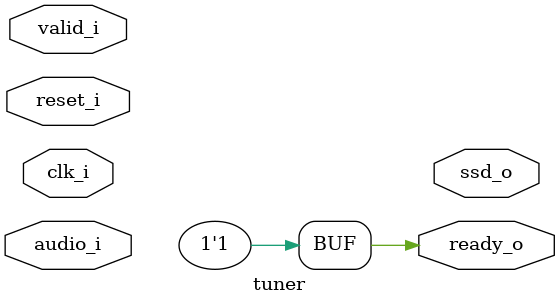
<source format=sv>
module tuner
 #(parameter int_in_lp = 1
  ,parameter frac_in_lp = 11
  ) 
  (input [0:0] clk_i
  ,input [0:0] reset_i

  ,input [int_in_lp - 1 : -frac_in_lp] audio_i
  ,input [0:0] valid_i
  ,output [0:0] ready_o 

  ,output [7 : 0] ssd_o
  );

   assign ready_o = 1;
endmodule

</source>
